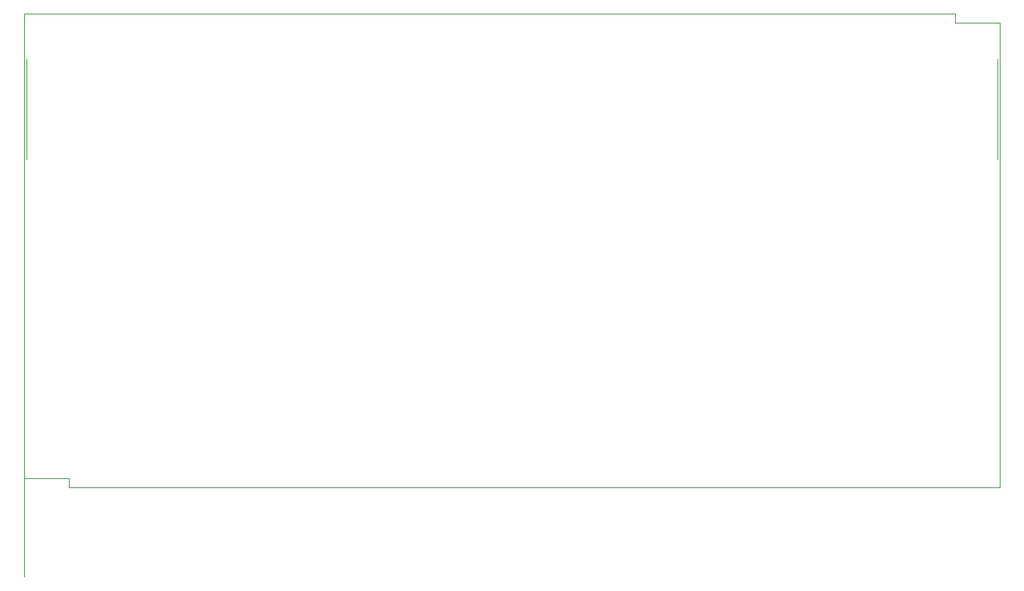
<source format=gko>
G75*
G70*
%OFA0B0*%
%FSLAX24Y24*%
%IPPOS*%
%LPD*%
%AMOC8*
5,1,8,0,0,1.08239X$1,22.5*
%
%ADD10C,0.0000*%
D10*
X000000Y-003937D02*
X000000Y000394D01*
X000000Y020866D01*
X040945Y020866D01*
X040945Y020472D01*
X042913Y020472D01*
X042913Y000000D01*
X001969Y000000D01*
X001969Y000394D01*
X000000Y000394D01*
X000100Y014478D02*
X000100Y018878D01*
X042834Y018878D02*
X042834Y014478D01*
M02*

</source>
